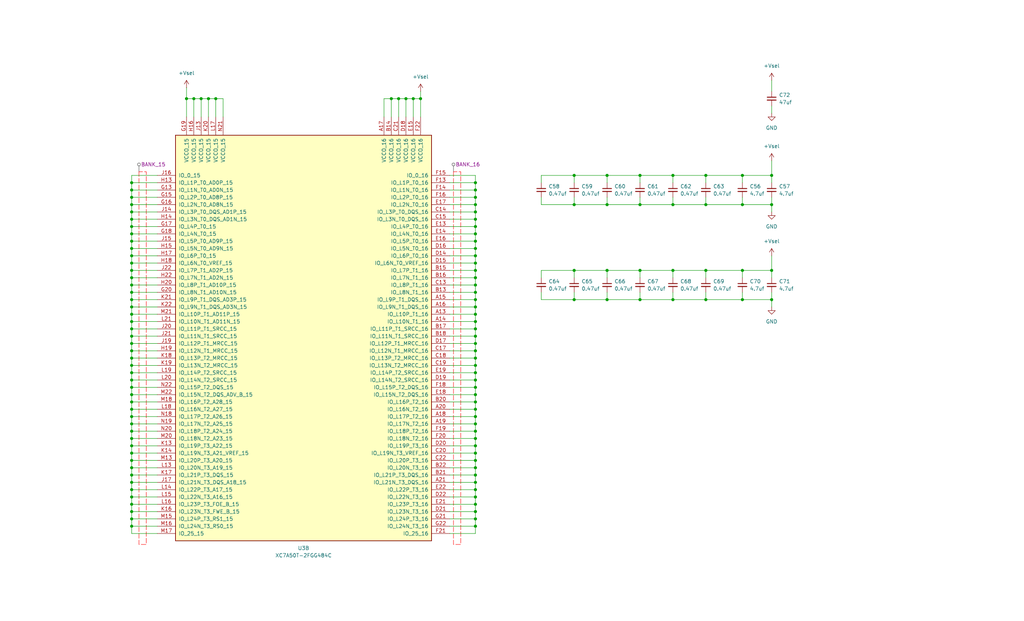
<source format=kicad_sch>
(kicad_sch (version 20250114) (generator "eeschema") (generator_version "9.0")
  (paper "USLegal")
  (junction (at 45.72 152.4))
  (junction (at 257.81 60.96))
  (junction (at 245.11 104.14))
  (junction (at 165.1 96.52))
  (junction (at 45.72 91.44))
  (junction (at 165.1 142.24))
  (junction (at 45.72 86.36))
  (junction (at 45.72 63.5))
  (junction (at 222.25 93.98))
  (junction (at 146.05 34.29))
  (junction (at 267.97 71.12))
  (junction (at 210.82 60.96))
  (junction (at 165.1 127))
  (junction (at 45.72 93.98))
  (junction (at 165.1 99.06))
  (junction (at 165.1 177.8))
  (junction (at 45.72 109.22))
  (junction (at 45.72 121.92))
  (junction (at 45.72 149.86))
  (junction (at 45.72 127))
  (junction (at 45.72 144.78))
  (junction (at 165.1 157.48))
  (junction (at 45.72 66.04))
  (junction (at 45.72 162.56))
  (junction (at 165.1 88.9))
  (junction (at 45.72 160.02))
  (junction (at 69.85 34.29))
  (junction (at 222.25 104.14))
  (junction (at 45.72 101.6))
  (junction (at 165.1 132.08))
  (junction (at 165.1 137.16))
  (junction (at 210.82 104.14))
  (junction (at 165.1 66.04))
  (junction (at 165.1 149.86))
  (junction (at 165.1 170.18))
  (junction (at 245.11 71.12))
  (junction (at 45.72 81.28))
  (junction (at 45.72 157.48))
  (junction (at 165.1 160.02))
  (junction (at 67.31 34.29))
  (junction (at 165.1 182.88))
  (junction (at 45.72 96.52))
  (junction (at 210.82 93.98))
  (junction (at 45.72 68.58))
  (junction (at 45.72 177.8))
  (junction (at 165.1 91.44))
  (junction (at 165.1 78.74))
  (junction (at 165.1 83.82))
  (junction (at 45.72 137.16))
  (junction (at 45.72 78.74))
  (junction (at 45.72 132.08))
  (junction (at 45.72 147.32))
  (junction (at 45.72 167.64))
  (junction (at 245.11 93.98))
  (junction (at 45.72 73.66))
  (junction (at 210.82 71.12))
  (junction (at 45.72 170.18))
  (junction (at 165.1 154.94))
  (junction (at 222.25 71.12))
  (junction (at 199.39 71.12))
  (junction (at 165.1 63.5))
  (junction (at 45.72 124.46))
  (junction (at 45.72 114.3))
  (junction (at 165.1 180.34))
  (junction (at 257.81 93.98))
  (junction (at 165.1 114.3))
  (junction (at 165.1 129.54))
  (junction (at 165.1 162.56))
  (junction (at 233.68 60.96))
  (junction (at 45.72 182.88))
  (junction (at 199.39 104.14))
  (junction (at 165.1 139.7))
  (junction (at 45.72 104.14))
  (junction (at 165.1 93.98))
  (junction (at 45.72 180.34))
  (junction (at 45.72 129.54))
  (junction (at 245.11 60.96))
  (junction (at 257.81 71.12))
  (junction (at 165.1 167.64))
  (junction (at 45.72 134.62))
  (junction (at 165.1 144.78))
  (junction (at 233.68 71.12))
  (junction (at 233.68 93.98))
  (junction (at 143.51 34.29))
  (junction (at 165.1 124.46))
  (junction (at 165.1 152.4))
  (junction (at 45.72 142.24))
  (junction (at 165.1 175.26))
  (junction (at 165.1 121.92))
  (junction (at 267.97 60.96))
  (junction (at 140.97 34.29))
  (junction (at 45.72 119.38))
  (junction (at 257.81 104.14))
  (junction (at 165.1 106.68))
  (junction (at 45.72 83.82))
  (junction (at 165.1 76.2))
  (junction (at 45.72 172.72))
  (junction (at 165.1 147.32))
  (junction (at 165.1 86.36))
  (junction (at 165.1 109.22))
  (junction (at 45.72 111.76))
  (junction (at 165.1 116.84))
  (junction (at 233.68 104.14))
  (junction (at 165.1 101.6))
  (junction (at 45.72 99.06))
  (junction (at 45.72 76.2))
  (junction (at 45.72 106.68))
  (junction (at 45.72 88.9))
  (junction (at 165.1 68.58))
  (junction (at 222.25 60.96))
  (junction (at 64.77 34.29))
  (junction (at 45.72 139.7))
  (junction (at 74.93 34.29))
  (junction (at 45.72 175.26))
  (junction (at 165.1 172.72))
  (junction (at 45.72 71.12))
  (junction (at 267.97 104.14))
  (junction (at 45.72 165.1))
  (junction (at 165.1 81.28))
  (junction (at 199.39 60.96))
  (junction (at 45.72 154.94))
  (junction (at 45.72 116.84))
  (junction (at 72.39 34.29))
  (junction (at 165.1 111.76))
  (junction (at 165.1 134.62))
  (junction (at 267.97 93.98))
  (junction (at 165.1 71.12))
  (junction (at 138.43 34.29))
  (junction (at 165.1 104.14))
  (junction (at 165.1 73.66))
  (junction (at 135.89 34.29))
  (junction (at 165.1 165.1))
  (junction (at 165.1 119.38))
  (junction (at 199.39 93.98))
  (wire (pts (xy 45.72 134.62) (xy 45.72 137.16)))
  (wire (pts (xy 165.1 167.64) (xy 165.1 170.18)))
  (wire (pts (xy 45.72 175.26) (xy 45.72 177.8)))
  (wire (pts (xy 45.72 73.66) (xy 45.72 76.2)))
  (wire (pts (xy 45.72 170.18) (xy 54.61 170.18)))
  (wire (pts (xy 210.82 60.96) (xy 210.82 63.5)))
  (wire (pts (xy 165.1 111.76) (xy 156.21 111.76)))
  (wire (pts (xy 45.72 175.26) (xy 54.61 175.26)))
  (wire (pts (xy 45.72 180.34) (xy 54.61 180.34)))
  (wire (pts (xy 187.96 60.96) (xy 199.39 60.96)))
  (wire (pts (xy 45.72 144.78) (xy 54.61 144.78)))
  (wire (pts (xy 45.72 152.4) (xy 45.72 154.94)))
  (wire (pts (xy 165.1 129.54) (xy 156.21 129.54)))
  (wire (pts (xy 165.1 88.9) (xy 165.1 91.44)))
  (wire (pts (xy 45.72 63.5) (xy 45.72 66.04)))
  (wire (pts (xy 165.1 78.74) (xy 156.21 78.74)))
  (wire (pts (xy 165.1 83.82) (xy 156.21 83.82)))
  (wire (pts (xy 210.82 101.6) (xy 210.82 104.14)))
  (wire (pts (xy 165.1 66.04) (xy 165.1 68.58)))
  (wire (pts (xy 210.82 104.14) (xy 222.25 104.14)))
  (wire (pts (xy 45.72 134.62) (xy 54.61 134.62)))
  (wire (pts (xy 156.21 60.96) (xy 165.1 60.96)))
  (wire (pts (xy 187.96 63.5) (xy 187.96 60.96)))
  (wire (pts (xy 165.1 172.72) (xy 165.1 175.26)))
  (wire (pts (xy 45.72 124.46) (xy 45.72 127)))
  (wire (pts (xy 45.72 76.2) (xy 45.72 78.74)))
  (wire (pts (xy 165.1 63.5) (xy 156.21 63.5)))
  (wire (pts (xy 165.1 157.48) (xy 156.21 157.48)))
  (wire (pts (xy 133.35 34.29) (xy 135.89 34.29)))
  (wire (pts (xy 165.1 124.46) (xy 165.1 127)))
  (wire (pts (xy 222.25 104.14) (xy 233.68 104.14)))
  (wire (pts (xy 45.72 93.98) (xy 54.61 93.98)))
  (wire (pts (xy 165.1 81.28) (xy 156.21 81.28)))
  (wire (pts (xy 165.1 175.26) (xy 156.21 175.26)))
  (wire (pts (xy 45.72 99.06) (xy 54.61 99.06)))
  (wire (pts (xy 45.72 137.16) (xy 54.61 137.16)))
  (wire (pts (xy 45.72 116.84) (xy 45.72 119.38)))
  (wire (pts (xy 45.72 111.76) (xy 45.72 114.3)))
  (wire (pts (xy 165.1 170.18) (xy 156.21 170.18)))
  (wire (pts (xy 165.1 73.66) (xy 165.1 76.2)))
  (wire (pts (xy 222.25 60.96) (xy 222.25 63.5)))
  (wire (pts (xy 165.1 63.5) (xy 165.1 66.04)))
  (wire (pts (xy 45.72 86.36) (xy 54.61 86.36)))
  (wire (pts (xy 199.39 93.98) (xy 210.82 93.98)))
  (wire (pts (xy 45.72 96.52) (xy 45.72 99.06)))
  (wire (pts (xy 210.82 93.98) (xy 222.25 93.98)))
  (wire (pts (xy 165.1 172.72) (xy 156.21 172.72)))
  (wire (pts (xy 165.1 86.36) (xy 165.1 88.9)))
  (wire (pts (xy 45.72 172.72) (xy 54.61 172.72)))
  (wire (pts (xy 165.1 152.4) (xy 156.21 152.4)))
  (wire (pts (xy 222.25 101.6) (xy 222.25 104.14)))
  (wire (pts (xy 45.72 71.12) (xy 45.72 73.66)))
  (wire (pts (xy 187.96 101.6) (xy 187.96 104.14)))
  (wire (pts (xy 165.1 152.4) (xy 165.1 154.94)))
  (wire (pts (xy 72.39 34.29) (xy 74.93 34.29)))
  (wire (pts (xy 45.72 68.58) (xy 45.72 71.12)))
  (wire (pts (xy 165.1 139.7) (xy 156.21 139.7)))
  (wire (pts (xy 74.93 34.29) (xy 74.93 40.64)))
  (wire (pts (xy 45.72 182.88) (xy 54.61 182.88)))
  (wire (pts (xy 267.97 104.14) (xy 267.97 106.68)))
  (wire (pts (xy 45.72 104.14) (xy 45.72 106.68)))
  (wire (pts (xy 245.11 71.12) (xy 257.81 71.12)))
  (wire (pts (xy 143.51 34.29) (xy 143.51 40.64)))
  (wire (pts (xy 165.1 83.82) (xy 165.1 86.36)))
  (wire (pts (xy 165.1 134.62) (xy 165.1 137.16)))
  (wire (pts (xy 165.1 182.88) (xy 156.21 182.88)))
  (wire (pts (xy 165.1 86.36) (xy 156.21 86.36)))
  (wire (pts (xy 45.72 83.82) (xy 45.72 86.36)))
  (wire (pts (xy 45.72 93.98) (xy 45.72 96.52)))
  (wire (pts (xy 45.72 109.22) (xy 45.72 111.76)))
  (wire (pts (xy 165.1 144.78) (xy 165.1 147.32)))
  (wire (pts (xy 199.39 104.14) (xy 210.82 104.14)))
  (wire (pts (xy 165.1 177.8) (xy 165.1 180.34)))
  (wire (pts (xy 165.1 119.38) (xy 165.1 121.92)))
  (wire (pts (xy 199.39 101.6) (xy 199.39 104.14)))
  (wire (pts (xy 165.1 127) (xy 156.21 127)))
  (wire (pts (xy 146.05 34.29) (xy 146.05 40.64)))
  (wire (pts (xy 45.72 76.2) (xy 54.61 76.2)))
  (wire (pts (xy 165.1 121.92) (xy 156.21 121.92)))
  (wire (pts (xy 165.1 111.76) (xy 165.1 114.3)))
  (wire (pts (xy 267.97 36.83) (xy 267.97 39.37)))
  (wire (pts (xy 165.1 121.92) (xy 165.1 124.46)))
  (wire (pts (xy 165.1 124.46) (xy 156.21 124.46)))
  (wire (pts (xy 165.1 109.22) (xy 156.21 109.22)))
  (wire (pts (xy 165.1 99.06) (xy 165.1 101.6)))
  (wire (pts (xy 45.72 165.1) (xy 54.61 165.1)))
  (wire (pts (xy 45.72 91.44) (xy 45.72 93.98)))
  (wire (pts (xy 45.72 88.9) (xy 54.61 88.9)))
  (wire (pts (xy 45.72 185.42) (xy 54.61 185.42)))
  (wire (pts (xy 45.72 167.64) (xy 45.72 170.18)))
  (wire (pts (xy 165.1 93.98) (xy 156.21 93.98)))
  (wire (pts (xy 165.1 180.34) (xy 165.1 182.88)))
  (wire (pts (xy 45.72 177.8) (xy 54.61 177.8)))
  (wire (pts (xy 165.1 114.3) (xy 156.21 114.3)))
  (wire (pts (xy 233.68 93.98) (xy 245.11 93.98)))
  (wire (pts (xy 45.72 127) (xy 54.61 127)))
  (wire (pts (xy 245.11 101.6) (xy 245.11 104.14)))
  (wire (pts (xy 45.72 86.36) (xy 45.72 88.9)))
  (wire (pts (xy 257.81 104.14) (xy 267.97 104.14)))
  (wire (pts (xy 45.72 137.16) (xy 45.72 139.7)))
  (wire (pts (xy 45.72 71.12) (xy 54.61 71.12)))
  (wire (pts (xy 45.72 66.04) (xy 45.72 68.58)))
  (wire (pts (xy 165.1 147.32) (xy 156.21 147.32)))
  (wire (pts (xy 138.43 34.29) (xy 138.43 40.64)))
  (wire (pts (xy 67.31 34.29) (xy 67.31 40.64)))
  (wire (pts (xy 210.82 71.12) (xy 222.25 71.12)))
  (wire (pts (xy 165.1 101.6) (xy 156.21 101.6)))
  (wire (pts (xy 45.72 144.78) (xy 45.72 147.32)))
  (wire (pts (xy 165.1 162.56) (xy 156.21 162.56)))
  (wire (pts (xy 257.81 60.96) (xy 257.81 63.5)))
  (wire (pts (xy 135.89 34.29) (xy 135.89 40.64)))
  (wire (pts (xy 210.82 60.96) (xy 222.25 60.96)))
  (wire (pts (xy 222.25 71.12) (xy 233.68 71.12)))
  (wire (pts (xy 245.11 60.96) (xy 257.81 60.96)))
  (wire (pts (xy 257.81 60.96) (xy 267.97 60.96)))
  (wire (pts (xy 45.72 78.74) (xy 54.61 78.74)))
  (wire (pts (xy 199.39 93.98) (xy 199.39 96.52)))
  (wire (pts (xy 165.1 165.1) (xy 156.21 165.1)))
  (wire (pts (xy 45.72 63.5) (xy 54.61 63.5)))
  (wire (pts (xy 45.72 160.02) (xy 45.72 162.56)))
  (wire (pts (xy 165.1 73.66) (xy 156.21 73.66)))
  (wire (pts (xy 165.1 149.86) (xy 156.21 149.86)))
  (wire (pts (xy 199.39 60.96) (xy 210.82 60.96)))
  (wire (pts (xy 45.72 66.04) (xy 54.61 66.04)))
  (wire (pts (xy 165.1 160.02) (xy 165.1 162.56)))
  (wire (pts (xy 45.72 91.44) (xy 54.61 91.44)))
  (wire (pts (xy 165.1 96.52) (xy 156.21 96.52)))
  (wire (pts (xy 45.72 101.6) (xy 45.72 104.14)))
  (wire (pts (xy 165.1 134.62) (xy 156.21 134.62)))
  (wire (pts (xy 45.72 127) (xy 45.72 129.54)))
  (wire (pts (xy 64.77 30.48) (xy 64.77 34.29)))
  (wire (pts (xy 45.72 160.02) (xy 54.61 160.02)))
  (wire (pts (xy 45.72 109.22) (xy 54.61 109.22)))
  (wire (pts (xy 165.1 119.38) (xy 156.21 119.38)))
  (wire (pts (xy 222.25 93.98) (xy 222.25 96.52)))
  (wire (pts (xy 165.1 127) (xy 165.1 129.54)))
  (wire (pts (xy 165.1 177.8) (xy 156.21 177.8)))
  (wire (pts (xy 267.97 88.9) (xy 267.97 93.98)))
  (wire (pts (xy 165.1 160.02) (xy 156.21 160.02)))
  (wire (pts (xy 165.1 142.24) (xy 165.1 144.78)))
  (wire (pts (xy 245.11 60.96) (xy 245.11 63.5)))
  (wire (pts (xy 165.1 137.16) (xy 156.21 137.16)))
  (wire (pts (xy 45.72 154.94) (xy 45.72 157.48)))
  (wire (pts (xy 165.1 109.22) (xy 165.1 111.76)))
  (wire (pts (xy 165.1 81.28) (xy 165.1 83.82)))
  (wire (pts (xy 257.81 71.12) (xy 267.97 71.12)))
  (wire (pts (xy 165.1 60.96) (xy 165.1 63.5)))
  (wire (pts (xy 45.72 111.76) (xy 54.61 111.76)))
  (wire (pts (xy 69.85 34.29) (xy 69.85 40.64)))
  (wire (pts (xy 165.1 91.44) (xy 165.1 93.98)))
  (wire (pts (xy 187.96 104.14) (xy 199.39 104.14)))
  (wire (pts (xy 267.97 27.94) (xy 267.97 31.75)))
  (wire (pts (xy 64.77 40.64) (xy 64.77 34.29)))
  (wire (pts (xy 165.1 175.26) (xy 165.1 177.8)))
  (wire (pts (xy 45.72 172.72) (xy 45.72 175.26)))
  (wire (pts (xy 45.72 182.88) (xy 45.72 185.42)))
  (wire (pts (xy 45.72 88.9) (xy 45.72 91.44)))
  (wire (pts (xy 165.1 106.68) (xy 156.21 106.68)))
  (wire (pts (xy 45.72 132.08) (xy 54.61 132.08)))
  (wire (pts (xy 143.51 34.29) (xy 146.05 34.29)))
  (wire (pts (xy 199.39 68.58) (xy 199.39 71.12)))
  (wire (pts (xy 165.1 129.54) (xy 165.1 132.08)))
  (wire (pts (xy 45.72 68.58) (xy 54.61 68.58)))
  (wire (pts (xy 165.1 104.14) (xy 156.21 104.14)))
  (wire (pts (xy 45.72 132.08) (xy 45.72 134.62)))
  (wire (pts (xy 257.81 93.98) (xy 267.97 93.98)))
  (wire (pts (xy 165.1 68.58) (xy 165.1 71.12)))
  (wire (pts (xy 267.97 71.12) (xy 267.97 68.58)))
  (wire (pts (xy 45.72 60.96) (xy 45.72 63.5)))
  (wire (pts (xy 233.68 71.12) (xy 245.11 71.12)))
  (wire (pts (xy 45.72 129.54) (xy 54.61 129.54)))
  (wire (pts (xy 165.1 142.24) (xy 156.21 142.24)))
  (wire (pts (xy 165.1 106.68) (xy 165.1 109.22)))
  (wire (pts (xy 267.97 71.12) (xy 267.97 73.66)))
  (wire (pts (xy 233.68 68.58) (xy 233.68 71.12)))
  (wire (pts (xy 165.1 71.12) (xy 156.21 71.12)))
  (wire (pts (xy 165.1 162.56) (xy 165.1 165.1)))
  (wire (pts (xy 45.72 180.34) (xy 45.72 182.88)))
  (wire (pts (xy 45.72 139.7) (xy 54.61 139.7)))
  (wire (pts (xy 45.72 149.86) (xy 54.61 149.86)))
  (wire (pts (xy 77.47 34.29) (xy 77.47 40.64)))
  (wire (pts (xy 233.68 60.96) (xy 245.11 60.96)))
  (wire (pts (xy 133.35 40.64) (xy 133.35 34.29)))
  (wire (pts (xy 165.1 180.34) (xy 156.21 180.34)))
  (wire (pts (xy 165.1 132.08) (xy 165.1 134.62)))
  (wire (pts (xy 45.72 177.8) (xy 45.72 180.34)))
  (wire (pts (xy 165.1 165.1) (xy 165.1 167.64)))
  (wire (pts (xy 45.72 142.24) (xy 54.61 142.24)))
  (wire (pts (xy 45.72 170.18) (xy 45.72 172.72)))
  (wire (pts (xy 45.72 81.28) (xy 45.72 83.82)))
  (wire (pts (xy 45.72 139.7) (xy 45.72 142.24)))
  (wire (pts (xy 165.1 137.16) (xy 165.1 139.7)))
  (wire (pts (xy 165.1 147.32) (xy 165.1 149.86)))
  (wire (pts (xy 45.72 114.3) (xy 54.61 114.3)))
  (wire (pts (xy 165.1 76.2) (xy 165.1 78.74)))
  (wire (pts (xy 165.1 144.78) (xy 156.21 144.78)))
  (wire (pts (xy 45.72 162.56) (xy 54.61 162.56)))
  (wire (pts (xy 45.72 157.48) (xy 54.61 157.48)))
  (wire (pts (xy 45.72 116.84) (xy 54.61 116.84)))
  (wire (pts (xy 72.39 34.29) (xy 72.39 40.64)))
  (wire (pts (xy 165.1 96.52) (xy 165.1 99.06)))
  (wire (pts (xy 165.1 182.88) (xy 165.1 185.42)))
  (wire (pts (xy 138.43 34.29) (xy 140.97 34.29)))
  (wire (pts (xy 69.85 34.29) (xy 72.39 34.29)))
  (wire (pts (xy 165.1 114.3) (xy 165.1 116.84)))
  (wire (pts (xy 45.72 152.4) (xy 54.61 152.4)))
  (wire (pts (xy 245.11 104.14) (xy 257.81 104.14)))
  (wire (pts (xy 45.72 99.06) (xy 45.72 101.6)))
  (wire (pts (xy 165.1 116.84) (xy 165.1 119.38)))
  (wire (pts (xy 67.31 34.29) (xy 69.85 34.29)))
  (wire (pts (xy 165.1 71.12) (xy 165.1 73.66)))
  (wire (pts (xy 165.1 154.94) (xy 165.1 157.48)))
  (wire (pts (xy 233.68 101.6) (xy 233.68 104.14)))
  (wire (pts (xy 140.97 34.29) (xy 143.51 34.29)))
  (wire (pts (xy 45.72 147.32) (xy 45.72 149.86)))
  (wire (pts (xy 45.72 83.82) (xy 54.61 83.82)))
  (wire (pts (xy 165.1 66.04) (xy 156.21 66.04)))
  (wire (pts (xy 45.72 73.66) (xy 54.61 73.66)))
  (wire (pts (xy 267.97 104.14) (xy 267.97 101.6)))
  (wire (pts (xy 45.72 104.14) (xy 54.61 104.14)))
  (wire (pts (xy 45.72 121.92) (xy 54.61 121.92)))
  (wire (pts (xy 74.93 34.29) (xy 77.47 34.29)))
  (wire (pts (xy 45.72 101.6) (xy 54.61 101.6)))
  (wire (pts (xy 222.25 93.98) (xy 233.68 93.98)))
  (wire (pts (xy 45.72 167.64) (xy 54.61 167.64)))
  (wire (pts (xy 135.89 34.29) (xy 138.43 34.29)))
  (wire (pts (xy 165.1 78.74) (xy 165.1 81.28)))
  (wire (pts (xy 45.72 124.46) (xy 54.61 124.46)))
  (wire (pts (xy 257.81 68.58) (xy 257.81 71.12)))
  (wire (pts (xy 45.72 119.38) (xy 54.61 119.38)))
  (wire (pts (xy 45.72 106.68) (xy 45.72 109.22)))
  (wire (pts (xy 165.1 157.48) (xy 165.1 160.02)))
  (wire (pts (xy 45.72 142.24) (xy 45.72 144.78)))
  (wire (pts (xy 45.72 129.54) (xy 45.72 132.08)))
  (wire (pts (xy 45.72 165.1) (xy 45.72 167.64)))
  (wire (pts (xy 165.1 76.2) (xy 156.21 76.2)))
  (wire (pts (xy 165.1 139.7) (xy 165.1 142.24)))
  (wire (pts (xy 233.68 93.98) (xy 233.68 96.52)))
  (wire (pts (xy 165.1 99.06) (xy 156.21 99.06)))
  (wire (pts (xy 222.25 68.58) (xy 222.25 71.12)))
  (wire (pts (xy 199.39 71.12) (xy 210.82 71.12)))
  (wire (pts (xy 165.1 185.42) (xy 156.21 185.42)))
  (wire (pts (xy 45.72 106.68) (xy 54.61 106.68)))
  (wire (pts (xy 245.11 93.98) (xy 257.81 93.98)))
  (wire (pts (xy 165.1 154.94) (xy 156.21 154.94)))
  (wire (pts (xy 165.1 93.98) (xy 165.1 96.52)))
  (wire (pts (xy 257.81 93.98) (xy 257.81 96.52)))
  (wire (pts (xy 45.72 121.92) (xy 45.72 124.46)))
  (wire (pts (xy 54.61 60.96) (xy 45.72 60.96)))
  (wire (pts (xy 165.1 104.14) (xy 165.1 106.68)))
  (wire (pts (xy 210.82 93.98) (xy 210.82 96.52)))
  (wire (pts (xy 45.72 154.94) (xy 54.61 154.94)))
  (wire (pts (xy 45.72 119.38) (xy 45.72 121.92)))
  (wire (pts (xy 165.1 88.9) (xy 156.21 88.9)))
  (wire (pts (xy 45.72 96.52) (xy 54.61 96.52)))
  (wire (pts (xy 45.72 78.74) (xy 45.72 81.28)))
  (wire (pts (xy 233.68 104.14) (xy 245.11 104.14)))
  (wire (pts (xy 199.39 60.96) (xy 199.39 63.5)))
  (wire (pts (xy 45.72 114.3) (xy 45.72 116.84)))
  (wire (pts (xy 146.05 31.75) (xy 146.05 34.29)))
  (wire (pts (xy 45.72 147.32) (xy 54.61 147.32)))
  (wire (pts (xy 245.11 68.58) (xy 245.11 71.12)))
  (wire (pts (xy 267.97 63.5) (xy 267.97 60.96)))
  (wire (pts (xy 233.68 60.96) (xy 233.68 63.5)))
  (wire (pts (xy 165.1 116.84) (xy 156.21 116.84)))
  (wire (pts (xy 165.1 132.08) (xy 156.21 132.08)))
  (wire (pts (xy 267.97 55.88) (xy 267.97 60.96)))
  (wire (pts (xy 245.11 93.98) (xy 245.11 96.52)))
  (wire (pts (xy 210.82 68.58) (xy 210.82 71.12)))
  (wire (pts (xy 45.72 162.56) (xy 45.72 165.1)))
  (wire (pts (xy 187.96 93.98) (xy 199.39 93.98)))
  (wire (pts (xy 45.72 149.86) (xy 45.72 152.4)))
  (wire (pts (xy 165.1 149.86) (xy 165.1 152.4)))
  (wire (pts (xy 165.1 170.18) (xy 165.1 172.72)))
  (wire (pts (xy 187.96 68.58) (xy 187.96 71.12)))
  (wire (pts (xy 165.1 167.64) (xy 156.21 167.64)))
  (wire (pts (xy 222.25 60.96) (xy 233.68 60.96)))
  (wire (pts (xy 187.96 96.52) (xy 187.96 93.98)))
  (wire (pts (xy 165.1 101.6) (xy 165.1 104.14)))
  (wire (pts (xy 45.72 157.48) (xy 45.72 160.02)))
  (wire (pts (xy 165.1 68.58) (xy 156.21 68.58)))
  (wire (pts (xy 165.1 91.44) (xy 156.21 91.44)))
  (wire (pts (xy 64.77 34.29) (xy 67.31 34.29)))
  (wire (pts (xy 140.97 34.29) (xy 140.97 40.64)))
  (wire (pts (xy 187.96 71.12) (xy 199.39 71.12)))
  (wire (pts (xy 45.72 81.28) (xy 54.61 81.28)))
  (wire (pts (xy 267.97 96.52) (xy 267.97 93.98)))
  (wire (pts (xy 257.81 101.6) (xy 257.81 104.14)))
  (rule_area (polyline (pts (xy 48.26 59.69) (xy 48.26 189.23) (xy 50.8 189.23) (xy 50.8 59.69)) (stroke (width 0) (type dash))))
  (rule_area (polyline (pts (xy 157.48 59.69) (xy 157.48 189.23) (xy 160.02 189.23) (xy 160.02 59.69)) (stroke (width 0) (type dash))))
  (netclass_flag "" (length 2.54) (shape round) (at 157.48 59.69 0) (property "Netclass" "BANK_16" (at 158.1785 57.15 0) (effects (justify left))))
  (netclass_flag "" (length 2.54) (shape round) (at 48.26 59.69 0) (property "Netclass" "BANK_15" (at 48.9585 57.15 0) (effects (justify left))))
  (symbol (lib_id "power:+1V0") (at 267.97 27.94 0) (unit 1)
    (property "Reference" "#PWR0109" (effects (hide yes)))
    (property "Value" "+Vsel" (at 267.97 22.86 0))
    (property "Description" "Power symbol creates a global label with name \"+1V0\"" (effects (hide yes)))
  )
  (symbol (lib_id "!Misc:C_0.47uf_0402") (at 210.82 66.04 0) (unit 1)
    (property "Reference" "C60" (at 213.36 64.7762 0) (effects (justify left)))
    (property "Value" "0.47uf" (at 213.36 67.3162 0) (effects (justify left)))
    (property "Footprint" "Capacitor_SMD:C_0402_1005Metric" (effects (hide yes)))
    (property "Description" "Unpolarized capacitor 0.47uf 0402" (effects (hide yes)))
    (property "LCSC Part #" "C1779" (effects (hide yes)))
    (property "Digi-Key Part Number" "1276-1173-1-ND" (effects (hide yes)))
  )
  (symbol (lib_id "!Misc:C_0.47uf_0402") (at 199.39 66.04 0) (unit 1)
    (property "Reference" "C59" (at 201.93 64.7762 0) (effects (justify left)))
    (property "Value" "0.47uf" (at 201.93 67.3162 0) (effects (justify left)))
    (property "Footprint" "Capacitor_SMD:C_0402_1005Metric" (effects (hide yes)))
    (property "Description" "Unpolarized capacitor 0.47uf 0402" (effects (hide yes)))
    (property "LCSC Part #" "C1779" (effects (hide yes)))
    (property "Digi-Key Part Number" "1276-1173-1-ND" (effects (hide yes)))
  )
  (symbol (lib_id "power:GND") (at 267.97 106.68 0) (unit 1)
    (property "Reference" "#PWR012" (effects (hide yes)))
    (property "Value" "GND" (at 267.97 111.76 0))
    (property "Description" "Power symbol creates a global label with name \"GND\" , ground" (effects (hide yes)))
  )
  (symbol (lib_id "!Misc:C_0.47uf_0402") (at 233.68 66.04 0) (unit 1)
    (property "Reference" "C62" (at 236.22 64.7762 0) (effects (justify left)))
    (property "Value" "0.47uf" (at 236.22 67.3162 0) (effects (justify left)))
    (property "Footprint" "Capacitor_SMD:C_0402_1005Metric" (effects (hide yes)))
    (property "Description" "Unpolarized capacitor 0.47uf 0402" (effects (hide yes)))
    (property "LCSC Part #" "C1779" (effects (hide yes)))
    (property "Digi-Key Part Number" "1276-1173-1-ND" (effects (hide yes)))
  )
  (symbol (lib_id "!Misc:C_0.47uf_0402") (at 245.11 66.04 0) (unit 1)
    (property "Reference" "C63" (at 247.65 64.7762 0) (effects (justify left)))
    (property "Value" "0.47uf" (at 247.65 67.3162 0) (effects (justify left)))
    (property "Footprint" "Capacitor_SMD:C_0402_1005Metric" (effects (hide yes)))
    (property "Description" "Unpolarized capacitor 0.47uf 0402" (effects (hide yes)))
    (property "LCSC Part #" "C1779" (effects (hide yes)))
    (property "Digi-Key Part Number" "1276-1173-1-ND" (effects (hide yes)))
  )
  (symbol (lib_id "power:+1V0") (at 267.97 55.88 0) (unit 1)
    (property "Reference" "#PWR0102" (effects (hide yes)))
    (property "Value" "+Vsel" (at 267.97 50.8 0))
    (property "Description" "Power symbol creates a global label with name \"+1V0\"" (effects (hide yes)))
  )
  (symbol (lib_id "power:+1V0") (at 146.05 31.75 0) (unit 1)
    (property "Reference" "#PWR0110" (effects (hide yes)))
    (property "Value" "+Vsel" (at 146.05 26.67 0))
    (property "Description" "Power symbol creates a global label with name \"+1V0\"" (effects (hide yes)))
  )
  (symbol (lib_id "!Misc:C_4.7uf_0805") (at 257.81 66.04 0) (unit 1)
    (property "Reference" "C56" (at 260.35 64.7762 0) (effects (justify left)))
    (property "Value" "4.7uf" (at 260.35 67.3162 0) (effects (justify left)))
    (property "Footprint" "Capacitor_SMD:C_0805_2012Metric" (effects (hide yes)))
    (property "Description" "Unpolarized capacitor 4.7uf 0805" (effects (hide yes)))
    (property "LCSC Part #" "C1779" (effects (hide yes)))
    (property "Digi-Key Part Number" "1276-1244-1-ND" (effects (hide yes)))
  )
  (symbol (lib_id "!Misc:C_0.47uf_0402") (at 233.68 99.06 0) (unit 1)
    (property "Reference" "C68" (at 236.22 97.7962 0) (effects (justify left)))
    (property "Value" "0.47uf" (at 236.22 100.3362 0) (effects (justify left)))
    (property "Footprint" "Capacitor_SMD:C_0402_1005Metric" (effects (hide yes)))
    (property "Description" "Unpolarized capacitor 0.47uf 0402" (effects (hide yes)))
    (property "LCSC Part #" "C1779" (effects (hide yes)))
    (property "Digi-Key Part Number" "1276-1173-1-ND" (effects (hide yes)))
  )
  (symbol (lib_id "power:GND") (at 267.97 39.37 0) (unit 1)
    (property "Reference" "#PWR015" (effects (hide yes)))
    (property "Value" "GND" (at 267.97 44.45 0))
    (property "Description" "Power symbol creates a global label with name \"GND\" , ground" (effects (hide yes)))
  )
  (symbol (lib_id "!Xilinx:XC7A50T-FGG484") (at 105.41 114.3 0) (unit 2)
    (property "Reference" "U3" (at 105.41 190.5 0))
    (property "Value" "XC7A50T-2FGG484C" (at 105.41 193.04 0))
    (property "Footprint" "!Xilinx:Xilinx_FGG484" (effects (hide yes)))
    (property "Description" "XC7A50T-2FGG484C" (effects (hide yes)))
    (property "LCSC Part #" "C1550658" (effects (hide yes)))
    (property "Digi-Key Part Number" "122-2082-ND" (effects (hide yes)))
  )
  (symbol (lib_id "!Misc:C_0.47uf_0402") (at 222.25 66.04 0) (unit 1)
    (property "Reference" "C61" (at 224.79 64.7762 0) (effects (justify left)))
    (property "Value" "0.47uf" (at 224.79 67.3162 0) (effects (justify left)))
    (property "Footprint" "Capacitor_SMD:C_0402_1005Metric" (effects (hide yes)))
    (property "Description" "Unpolarized capacitor 0.47uf 0402" (effects (hide yes)))
    (property "LCSC Part #" "C1779" (effects (hide yes)))
    (property "Digi-Key Part Number" "1276-1173-1-ND" (effects (hide yes)))
  )
  (symbol (lib_id "!Misc:C_0.47uf_0402") (at 187.96 66.04 0) (unit 1)
    (property "Reference" "C58" (at 190.5 64.7762 0) (effects (justify left)))
    (property "Value" "0.47uf" (at 190.5 67.3162 0) (effects (justify left)))
    (property "Footprint" "Capacitor_SMD:C_0402_1005Metric" (effects (hide yes)))
    (property "Description" "Unpolarized capacitor 0.47uf 0402" (effects (hide yes)))
    (property "LCSC Part #" "C1779" (effects (hide yes)))
    (property "Digi-Key Part Number" "1276-1173-1-ND" (effects (hide yes)))
  )
  (symbol (lib_id "!Misc:C_0.47uf_0402") (at 199.39 99.06 0) (unit 1)
    (property "Reference" "C65" (at 201.93 97.7962 0) (effects (justify left)))
    (property "Value" "0.47uf" (at 201.93 100.3362 0) (effects (justify left)))
    (property "Footprint" "Capacitor_SMD:C_0402_1005Metric" (effects (hide yes)))
    (property "Description" "Unpolarized capacitor 0.47uf 0402" (effects (hide yes)))
    (property "LCSC Part #" "C1779" (effects (hide yes)))
    (property "Digi-Key Part Number" "1276-1173-1-ND" (effects (hide yes)))
  )
  (symbol (lib_id "power:GND") (at 267.97 73.66 0) (unit 1)
    (property "Reference" "#PWR09" (effects (hide yes)))
    (property "Value" "GND" (at 267.97 78.74 0))
    (property "Description" "Power symbol creates a global label with name \"GND\" , ground" (effects (hide yes)))
  )
  (symbol (lib_id "!Misc:C_0.47uf_0402") (at 187.96 99.06 0) (unit 1)
    (property "Reference" "C64" (at 190.5 97.7962 0) (effects (justify left)))
    (property "Value" "0.47uf" (at 190.5 100.3362 0) (effects (justify left)))
    (property "Footprint" "Capacitor_SMD:C_0402_1005Metric" (effects (hide yes)))
    (property "Description" "Unpolarized capacitor 0.47uf 0402" (effects (hide yes)))
    (property "LCSC Part #" "C1779" (effects (hide yes)))
    (property "Digi-Key Part Number" "1276-1173-1-ND" (effects (hide yes)))
  )
  (symbol (lib_id "!Misc:C_4.7uf_0805") (at 267.97 66.04 0) (unit 1)
    (property "Reference" "C57" (at 270.51 64.7762 0) (effects (justify left)))
    (property "Value" "4.7uf" (at 270.51 67.3162 0) (effects (justify left)))
    (property "Footprint" "Capacitor_SMD:C_0805_2012Metric" (effects (hide yes)))
    (property "Description" "Unpolarized capacitor 4.7uf 0805" (effects (hide yes)))
    (property "LCSC Part #" "C1779" (effects (hide yes)))
    (property "Digi-Key Part Number" "1276-1244-1-ND" (effects (hide yes)))
  )
  (symbol (lib_id "!Misc:C_47uf_1206") (at 267.97 34.29 0) (unit 1)
    (property "Reference" "C72" (at 270.51 33.0262 0) (effects (justify left)))
    (property "Value" "47uf" (at 270.51 35.5662 0) (effects (justify left)))
    (property "Footprint" "Capacitor_SMD:C_1206_3216Metric" (effects (hide yes)))
    (property "Description" "Unpolarized capacitor 47uf 1206" (effects (hide yes)))
    (property "LCSC Part #" "C96123" (effects (hide yes)))
    (property "Digi-Key Part Number" "1276-3063-1-ND" (effects (hide yes)))
  )
  (symbol (lib_id "!Misc:C_0.47uf_0402") (at 245.11 99.06 0) (unit 1)
    (property "Reference" "C69" (at 247.65 97.7962 0) (effects (justify left)))
    (property "Value" "0.47uf" (at 247.65 100.3362 0) (effects (justify left)))
    (property "Footprint" "Capacitor_SMD:C_0402_1005Metric" (effects (hide yes)))
    (property "Description" "Unpolarized capacitor 0.47uf 0402" (effects (hide yes)))
    (property "LCSC Part #" "C1779" (effects (hide yes)))
    (property "Digi-Key Part Number" "1276-1173-1-ND" (effects (hide yes)))
  )
  (symbol (lib_id "!Misc:C_4.7uf_0805") (at 267.97 99.06 0) (unit 1)
    (property "Reference" "C71" (at 270.51 97.7962 0) (effects (justify left)))
    (property "Value" "4.7uf" (at 270.51 100.3362 0) (effects (justify left)))
    (property "Footprint" "Capacitor_SMD:C_0805_2012Metric" (effects (hide yes)))
    (property "Description" "Unpolarized capacitor 4.7uf 0805" (effects (hide yes)))
    (property "LCSC Part #" "C1779" (effects (hide yes)))
    (property "Digi-Key Part Number" "1276-1244-1-ND" (effects (hide yes)))
  )
  (symbol (lib_id "power:+1V0") (at 267.97 88.9 0) (unit 1)
    (property "Reference" "#PWR0108" (effects (hide yes)))
    (property "Value" "+Vsel" (at 267.97 83.82 0))
    (property "Description" "Power symbol creates a global label with name \"+1V0\"" (effects (hide yes)))
  )
  (symbol (lib_id "power:+1V0") (at 64.77 30.48 0) (unit 1)
    (property "Reference" "#PWR0111" (effects (hide yes)))
    (property "Value" "+Vsel" (at 64.77 25.4 0))
    (property "Description" "Power symbol creates a global label with name \"+1V0\"" (effects (hide yes)))
  )
  (symbol (lib_id "!Misc:C_0.47uf_0402") (at 222.25 99.06 0) (unit 1)
    (property "Reference" "C67" (at 224.79 97.7962 0) (effects (justify left)))
    (property "Value" "0.47uf" (at 224.79 100.3362 0) (effects (justify left)))
    (property "Footprint" "Capacitor_SMD:C_0402_1005Metric" (effects (hide yes)))
    (property "Description" "Unpolarized capacitor 0.47uf 0402" (effects (hide yes)))
    (property "LCSC Part #" "C1779" (effects (hide yes)))
    (property "Digi-Key Part Number" "1276-1173-1-ND" (effects (hide yes)))
  )
  (symbol (lib_id "!Misc:C_0.47uf_0402") (at 210.82 99.06 0) (unit 1)
    (property "Reference" "C66" (at 213.36 97.7962 0) (effects (justify left)))
    (property "Value" "0.47uf" (at 213.36 100.3362 0) (effects (justify left)))
    (property "Footprint" "Capacitor_SMD:C_0402_1005Metric" (effects (hide yes)))
    (property "Description" "Unpolarized capacitor 0.47uf 0402" (effects (hide yes)))
    (property "LCSC Part #" "C1779" (effects (hide yes)))
    (property "Digi-Key Part Number" "1276-1173-1-ND" (effects (hide yes)))
  )
  (symbol (lib_id "!Misc:C_4.7uf_0805") (at 257.81 99.06 0) (unit 1)
    (property "Reference" "C70" (at 260.35 97.7962 0) (effects (justify left)))
    (property "Value" "4.7uf" (at 260.35 100.3362 0) (effects (justify left)))
    (property "Footprint" "Capacitor_SMD:C_0805_2012Metric" (effects (hide yes)))
    (property "Description" "Unpolarized capacitor 4.7uf 0805" (effects (hide yes)))
    (property "LCSC Part #" "C1779" (effects (hide yes)))
    (property "Digi-Key Part Number" "1276-1244-1-ND" (effects (hide yes)))
  )
)
</source>
